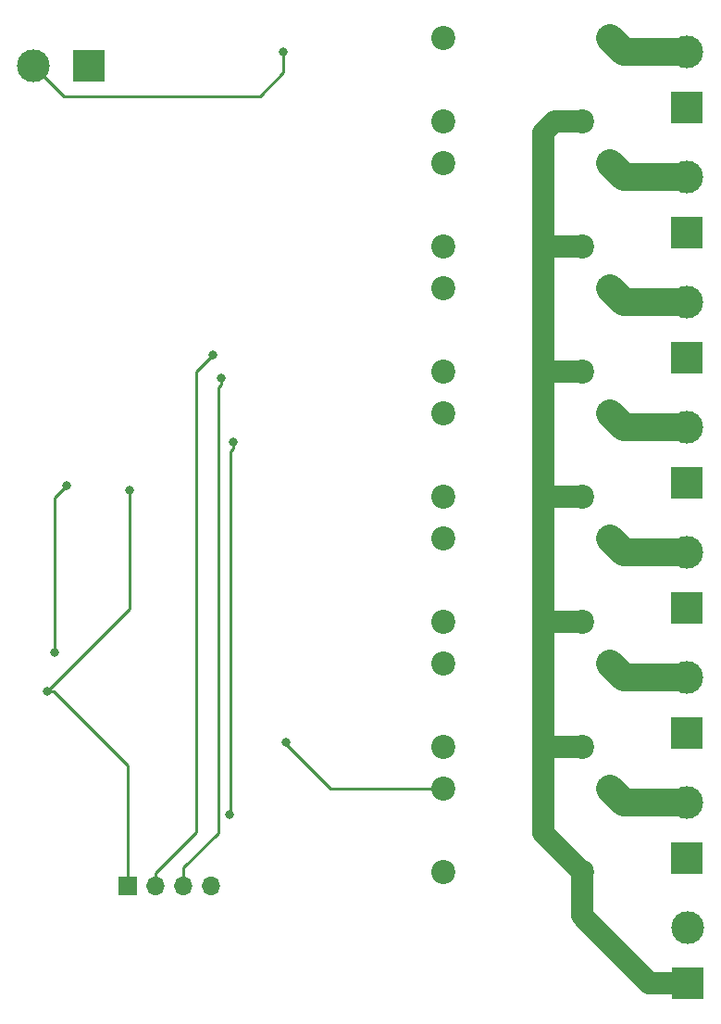
<source format=gbr>
G04 #@! TF.GenerationSoftware,KiCad,Pcbnew,5.0.1-33cea8e~68~ubuntu18.04.1*
G04 #@! TF.CreationDate,2018-11-29T08:35:32+01:00*
G04 #@! TF.ProjectId,7RelaysEtCommun,3752656C6179734574436F6D6D756E2E,rev?*
G04 #@! TF.SameCoordinates,Original*
G04 #@! TF.FileFunction,Copper,L2,Bot,Signal*
G04 #@! TF.FilePolarity,Positive*
%FSLAX46Y46*%
G04 Gerber Fmt 4.6, Leading zero omitted, Abs format (unit mm)*
G04 Created by KiCad (PCBNEW 5.0.1-33cea8e~68~ubuntu18.04.1) date jeu. 29 nov. 2018 08:35:32 CET*
%MOMM*%
%LPD*%
G01*
G04 APERTURE LIST*
G04 #@! TA.AperFunction,ComponentPad*
%ADD10C,2.200000*%
G04 #@! TD*
G04 #@! TA.AperFunction,ComponentPad*
%ADD11R,3.000000X3.000000*%
G04 #@! TD*
G04 #@! TA.AperFunction,ComponentPad*
%ADD12C,3.000000*%
G04 #@! TD*
G04 #@! TA.AperFunction,ComponentPad*
%ADD13R,1.700000X1.700000*%
G04 #@! TD*
G04 #@! TA.AperFunction,ComponentPad*
%ADD14O,1.700000X1.700000*%
G04 #@! TD*
G04 #@! TA.AperFunction,ViaPad*
%ADD15C,0.800000*%
G04 #@! TD*
G04 #@! TA.AperFunction,Conductor*
%ADD16C,0.250000*%
G04 #@! TD*
G04 #@! TA.AperFunction,Conductor*
%ADD17C,2.500000*%
G04 #@! TD*
G04 #@! TA.AperFunction,Conductor*
%ADD18C,2.000000*%
G04 #@! TD*
G04 APERTURE END LIST*
D10*
G04 #@! TO.P,K7,1*
G04 #@! TO.N,/OUT7*
X172720000Y-123190000D03*
G04 #@! TO.P,K7,2*
G04 #@! TO.N,/5V*
X172720000Y-115570000D03*
G04 #@! TO.P,K7,4*
G04 #@! TO.N,/PH*
X185420000Y-123190000D03*
G04 #@! TO.P,K7,3*
G04 #@! TO.N,Net-(J8-Pad2)*
X187960000Y-115570000D03*
G04 #@! TD*
D11*
G04 #@! TO.P,J1,1*
G04 #@! TO.N,/5V*
X140335000Y-49530000D03*
D12*
G04 #@! TO.P,J1,2*
G04 #@! TO.N,/GND*
X135255000Y-49530000D03*
G04 #@! TD*
D11*
G04 #@! TO.P,J2,1*
G04 #@! TO.N,/NE*
X195000000Y-53340000D03*
D12*
G04 #@! TO.P,J2,2*
G04 #@! TO.N,Net-(J2-Pad2)*
X195000000Y-48260000D03*
G04 #@! TD*
G04 #@! TO.P,J3,2*
G04 #@! TO.N,Net-(J3-Pad2)*
X195000000Y-59690000D03*
D11*
G04 #@! TO.P,J3,1*
G04 #@! TO.N,/NE*
X195000000Y-64770000D03*
G04 #@! TD*
G04 #@! TO.P,J4,1*
G04 #@! TO.N,/NE*
X195000000Y-76200000D03*
D12*
G04 #@! TO.P,J4,2*
G04 #@! TO.N,Net-(J4-Pad2)*
X195000000Y-71120000D03*
G04 #@! TD*
G04 #@! TO.P,J5,2*
G04 #@! TO.N,Net-(J5-Pad2)*
X195000000Y-82550000D03*
D11*
G04 #@! TO.P,J5,1*
G04 #@! TO.N,/NE*
X195000000Y-87630000D03*
G04 #@! TD*
G04 #@! TO.P,J6,1*
G04 #@! TO.N,/NE*
X195000000Y-99060000D03*
D12*
G04 #@! TO.P,J6,2*
G04 #@! TO.N,Net-(J6-Pad2)*
X195000000Y-93980000D03*
G04 #@! TD*
G04 #@! TO.P,J7,2*
G04 #@! TO.N,Net-(J7-Pad2)*
X195000000Y-105410000D03*
D11*
G04 #@! TO.P,J7,1*
G04 #@! TO.N,/NE*
X195000000Y-110490000D03*
G04 #@! TD*
G04 #@! TO.P,J8,1*
G04 #@! TO.N,/NE*
X195000000Y-121920000D03*
D12*
G04 #@! TO.P,J8,2*
G04 #@! TO.N,Net-(J8-Pad2)*
X195000000Y-116840000D03*
G04 #@! TD*
D10*
G04 #@! TO.P,K1,3*
G04 #@! TO.N,Net-(J2-Pad2)*
X187960000Y-46990000D03*
G04 #@! TO.P,K1,4*
G04 #@! TO.N,/PH*
X185420000Y-54610000D03*
G04 #@! TO.P,K1,2*
G04 #@! TO.N,/5V*
X172720000Y-46990000D03*
G04 #@! TO.P,K1,1*
G04 #@! TO.N,/OUT1*
X172720000Y-54610000D03*
G04 #@! TD*
G04 #@! TO.P,K2,1*
G04 #@! TO.N,/OUT2*
X172720000Y-66040000D03*
G04 #@! TO.P,K2,2*
G04 #@! TO.N,/5V*
X172720000Y-58420000D03*
G04 #@! TO.P,K2,4*
G04 #@! TO.N,/PH*
X185420000Y-66040000D03*
G04 #@! TO.P,K2,3*
G04 #@! TO.N,Net-(J3-Pad2)*
X187960000Y-58420000D03*
G04 #@! TD*
G04 #@! TO.P,K3,3*
G04 #@! TO.N,Net-(J4-Pad2)*
X187960000Y-69850000D03*
G04 #@! TO.P,K3,4*
G04 #@! TO.N,/PH*
X185420000Y-77470000D03*
G04 #@! TO.P,K3,2*
G04 #@! TO.N,/5V*
X172720000Y-69850000D03*
G04 #@! TO.P,K3,1*
G04 #@! TO.N,/OUT3*
X172720000Y-77470000D03*
G04 #@! TD*
G04 #@! TO.P,K4,1*
G04 #@! TO.N,/OUT4*
X172720000Y-88900000D03*
G04 #@! TO.P,K4,2*
G04 #@! TO.N,/5V*
X172720000Y-81280000D03*
G04 #@! TO.P,K4,4*
G04 #@! TO.N,/PH*
X185420000Y-88900000D03*
G04 #@! TO.P,K4,3*
G04 #@! TO.N,Net-(J5-Pad2)*
X187960000Y-81280000D03*
G04 #@! TD*
G04 #@! TO.P,K5,1*
G04 #@! TO.N,/OUT5*
X172720000Y-100330000D03*
G04 #@! TO.P,K5,2*
G04 #@! TO.N,/5V*
X172720000Y-92710000D03*
G04 #@! TO.P,K5,4*
G04 #@! TO.N,/PH*
X185420000Y-100330000D03*
G04 #@! TO.P,K5,3*
G04 #@! TO.N,Net-(J6-Pad2)*
X187960000Y-92710000D03*
G04 #@! TD*
G04 #@! TO.P,K6,3*
G04 #@! TO.N,Net-(J7-Pad2)*
X187960000Y-104140000D03*
G04 #@! TO.P,K6,4*
G04 #@! TO.N,/PH*
X185420000Y-111760000D03*
G04 #@! TO.P,K6,2*
G04 #@! TO.N,/5V*
X172720000Y-104140000D03*
G04 #@! TO.P,K6,1*
G04 #@! TO.N,/OUT6*
X172720000Y-111760000D03*
G04 #@! TD*
D13*
G04 #@! TO.P,J10,1*
G04 #@! TO.N,/3V3*
X143891000Y-124460000D03*
D14*
G04 #@! TO.P,J10,2*
G04 #@! TO.N,/TXD*
X146431000Y-124460000D03*
G04 #@! TO.P,J10,3*
G04 #@! TO.N,/RXD*
X148971000Y-124460000D03*
G04 #@! TO.P,J10,4*
G04 #@! TO.N,/GND*
X151511000Y-124460000D03*
G04 #@! TD*
D11*
G04 #@! TO.P,IN1,1*
G04 #@! TO.N,/PH*
X195072000Y-133350000D03*
D12*
G04 #@! TO.P,IN1,2*
G04 #@! TO.N,/NE*
X195072000Y-128270000D03*
G04 #@! TD*
D15*
G04 #@! TO.N,/5V*
X158369000Y-111379004D03*
G04 #@! TO.N,/GND*
X158115000Y-48260000D03*
G04 #@! TO.N,/3V3*
X136524994Y-106680000D03*
X144018000Y-88347000D03*
G04 #@! TO.N,/SER*
X138312000Y-87875000D03*
X137160000Y-103124000D03*
G04 #@! TO.N,/TXD*
X151638000Y-75946000D03*
G04 #@! TO.N,/RXD*
X152400000Y-78105000D03*
G04 #@! TO.N,Net-(R10-Pad2)*
X153543000Y-83947000D03*
X153162000Y-117983000D03*
G04 #@! TD*
D16*
G04 #@! TO.N,/5V*
X158369000Y-111506000D02*
X158369000Y-111379004D01*
X162433000Y-115570000D02*
X158369000Y-111506000D01*
X172720000Y-115570000D02*
X162433000Y-115570000D01*
G04 #@! TO.N,/GND*
X158115000Y-50165000D02*
X158115000Y-48260000D01*
X155956000Y-52324000D02*
X158115000Y-50165000D01*
X138049000Y-52324000D02*
X155956000Y-52324000D01*
X135255000Y-49530000D02*
X138049000Y-52324000D01*
G04 #@! TO.N,/3V3*
X143891000Y-113480321D02*
X143891000Y-123360000D01*
X143891000Y-123360000D02*
X143891000Y-124460000D01*
X137090679Y-106680000D02*
X143891000Y-113480321D01*
X136524994Y-106680000D02*
X137090679Y-106680000D01*
X136924993Y-106280001D02*
X136924999Y-106280001D01*
X136524994Y-106680000D02*
X136924993Y-106280001D01*
X144018000Y-99187000D02*
X144018000Y-88347000D01*
X136924999Y-106280001D02*
X144018000Y-99187000D01*
D17*
G04 #@! TO.N,Net-(J2-Pad2)*
X189230000Y-48260000D02*
X187960000Y-46990000D01*
X195000000Y-48260000D02*
X189230000Y-48260000D01*
G04 #@! TO.N,Net-(J3-Pad2)*
X189230000Y-59690000D02*
X187960000Y-58420000D01*
X195000000Y-59690000D02*
X189230000Y-59690000D01*
G04 #@! TO.N,Net-(J4-Pad2)*
X189230000Y-71120000D02*
X187960000Y-69850000D01*
X195000000Y-71120000D02*
X189230000Y-71120000D01*
G04 #@! TO.N,Net-(J5-Pad2)*
X189230000Y-82550000D02*
X187960000Y-81280000D01*
X195000000Y-82550000D02*
X189230000Y-82550000D01*
G04 #@! TO.N,Net-(J6-Pad2)*
X195000000Y-93980000D02*
X189230000Y-93980000D01*
X189230000Y-93980000D02*
X187960000Y-92710000D01*
G04 #@! TO.N,Net-(J7-Pad2)*
X195000000Y-105410000D02*
X189230000Y-105410000D01*
X189230000Y-105410000D02*
X187960000Y-104140000D01*
G04 #@! TO.N,Net-(J8-Pad2)*
X195000000Y-116840000D02*
X189230000Y-116840000D01*
X189230000Y-116840000D02*
X187960000Y-115570000D01*
D16*
G04 #@! TO.N,/SER*
X137160000Y-102324002D02*
X137160000Y-103124000D01*
X137160000Y-89027000D02*
X137160000Y-102324002D01*
X138312000Y-87875000D02*
X137160000Y-89027000D01*
G04 #@! TO.N,/TXD*
X146431000Y-123257919D02*
X150114000Y-119574919D01*
X146431000Y-124460000D02*
X146431000Y-123257919D01*
X150114000Y-77470000D02*
X151638000Y-75946000D01*
X150114000Y-119574919D02*
X150114000Y-77470000D01*
G04 #@! TO.N,/RXD*
X148971000Y-122809000D02*
X148971000Y-124460000D01*
X152400000Y-78670685D02*
X152146000Y-78924685D01*
X152146000Y-78924685D02*
X152146000Y-119634000D01*
X152400000Y-78105000D02*
X152400000Y-78670685D01*
X152146000Y-119634000D02*
X148971000Y-122809000D01*
G04 #@! TO.N,Net-(R10-Pad2)*
X153543000Y-84512685D02*
X153289000Y-84766685D01*
X153543000Y-83947000D02*
X153543000Y-84512685D01*
X153289000Y-117856000D02*
X153162000Y-117983000D01*
X153289000Y-84766685D02*
X153289000Y-117856000D01*
D18*
G04 #@! TO.N,/PH*
X185420000Y-127198000D02*
X185420000Y-123190000D01*
X195072000Y-133350000D02*
X191572000Y-133350000D01*
X191572000Y-133350000D02*
X185420000Y-127198000D01*
X182880000Y-54610000D02*
X185420000Y-54610000D01*
X181864000Y-55626000D02*
X182880000Y-54610000D01*
X183864366Y-66040000D02*
X181864000Y-66040000D01*
X185420000Y-66040000D02*
X183864366Y-66040000D01*
X181864000Y-66040000D02*
X181864000Y-55626000D01*
X185420000Y-77470000D02*
X183864366Y-77470000D01*
X183864366Y-77470000D02*
X181864000Y-77470000D01*
X181864000Y-77470000D02*
X181864000Y-66040000D01*
X183864366Y-88900000D02*
X181864000Y-88900000D01*
X185420000Y-88900000D02*
X183864366Y-88900000D01*
X181864000Y-88900000D02*
X181864000Y-77470000D01*
X183864366Y-100330000D02*
X181864000Y-100330000D01*
X185420000Y-100330000D02*
X183864366Y-100330000D01*
X181864000Y-100330000D02*
X181864000Y-88900000D01*
X181991000Y-111760000D02*
X181864000Y-111633000D01*
X185420000Y-111760000D02*
X181991000Y-111760000D01*
X181864000Y-111633000D02*
X181864000Y-100330000D01*
X181864000Y-119634000D02*
X181864000Y-118237000D01*
X185420000Y-123190000D02*
X181864000Y-119634000D01*
X181864000Y-118237000D02*
X181864000Y-111633000D01*
G04 #@! TD*
M02*

</source>
